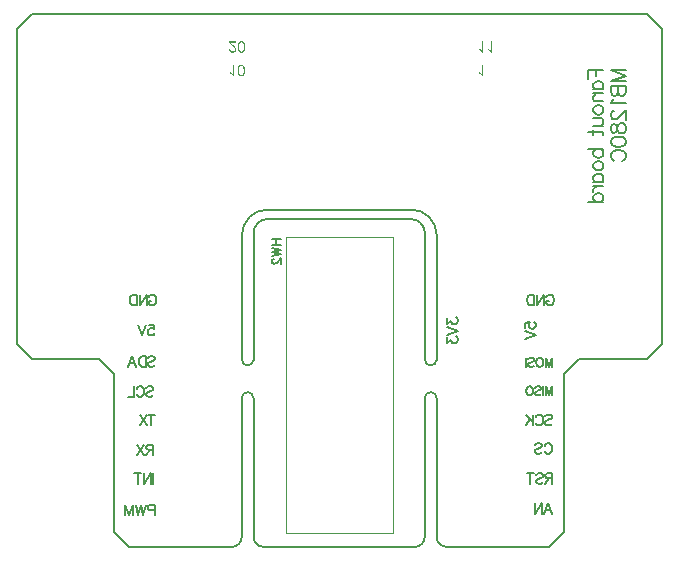
<source format=gbo>
G04 Layer_Color=32896*
%FSLAX43Y43*%
%MOMM*%
G71*
G01*
G75*
%ADD19C,0.127*%
%ADD31C,0.120*%
%ADD49C,0.152*%
G36*
X39470Y-3252D02*
X39393D01*
X39379Y-3228D01*
X39363Y-3205D01*
X39346Y-3183D01*
X39328Y-3162D01*
X39312Y-3146D01*
X39299Y-3133D01*
X39290Y-3124D01*
X39289Y-3123D01*
X39287Y-3121D01*
X39259Y-3098D01*
X39230Y-3076D01*
X39201Y-3057D01*
X39175Y-3041D01*
X39151Y-3028D01*
X39141Y-3023D01*
X39132Y-3019D01*
X39126Y-3015D01*
X39120Y-3012D01*
X39117Y-3010D01*
X39116D01*
Y-2895D01*
X39136Y-2903D01*
X39158Y-2914D01*
X39179Y-2922D01*
X39198Y-2933D01*
X39214Y-2941D01*
X39227Y-2949D01*
X39236Y-2955D01*
X39237Y-2956D01*
X39239D01*
X39264Y-2971D01*
X39286Y-2987D01*
X39305Y-3000D01*
X39321Y-3013D01*
X39334Y-3023D01*
X39344Y-3031D01*
X39350Y-3037D01*
X39352Y-3038D01*
Y-2286D01*
X39470D01*
Y-3252D01*
D02*
G37*
G36*
X40216D02*
X40139D01*
X40125Y-3228D01*
X40109Y-3205D01*
X40092Y-3183D01*
X40074Y-3162D01*
X40058Y-3146D01*
X40045Y-3133D01*
X40036Y-3124D01*
X40035Y-3123D01*
X40033Y-3121D01*
X40006Y-3098D01*
X39976Y-3076D01*
X39947Y-3057D01*
X39921Y-3041D01*
X39897Y-3028D01*
X39887Y-3023D01*
X39878Y-3019D01*
X39872Y-3015D01*
X39867Y-3012D01*
X39864Y-3010D01*
X39862D01*
Y-2895D01*
X39883Y-2903D01*
X39905Y-2914D01*
X39925Y-2922D01*
X39944Y-2933D01*
X39960Y-2941D01*
X39973Y-2949D01*
X39982Y-2955D01*
X39984Y-2956D01*
X39985D01*
X40010Y-2971D01*
X40032Y-2987D01*
X40051Y-3000D01*
X40067Y-3013D01*
X40080Y-3023D01*
X40090Y-3031D01*
X40096Y-3037D01*
X40098Y-3038D01*
Y-2286D01*
X40216D01*
Y-3252D01*
D02*
G37*
G36*
X19050Y-2261D02*
X19083Y-2267D01*
X19113Y-2275D01*
X19139Y-2286D01*
X19158Y-2296D01*
X19174Y-2305D01*
X19179Y-2309D01*
X19183Y-2311D01*
X19184Y-2313D01*
X19186D01*
X19211Y-2337D01*
X19231Y-2363D01*
X19249Y-2390D01*
X19263Y-2416D01*
X19275Y-2439D01*
X19280Y-2448D01*
X19284Y-2457D01*
X19287Y-2464D01*
X19288Y-2470D01*
X19290Y-2473D01*
Y-2474D01*
X19296Y-2495D01*
X19301Y-2515D01*
X19310Y-2561D01*
X19316Y-2606D01*
X19320Y-2650D01*
X19322Y-2670D01*
X19323Y-2690D01*
Y-2706D01*
X19325Y-2720D01*
Y-2732D01*
Y-2741D01*
Y-2747D01*
Y-2748D01*
X19323Y-2799D01*
Y-2821D01*
X19322Y-2843D01*
X19320Y-2864D01*
X19318Y-2883D01*
X19316Y-2899D01*
X19315Y-2915D01*
X19312Y-2928D01*
X19310Y-2941D01*
X19309Y-2951D01*
X19306Y-2959D01*
X19304Y-2966D01*
Y-2970D01*
X19303Y-2973D01*
Y-2975D01*
X19294Y-3006D01*
X19284Y-3033D01*
X19274Y-3058D01*
X19265Y-3079D01*
X19256Y-3095D01*
X19249Y-3108D01*
X19244Y-3115D01*
X19243Y-3118D01*
X19228Y-3139D01*
X19212Y-3156D01*
X19196Y-3172D01*
X19182Y-3185D01*
X19167Y-3194D01*
X19157Y-3202D01*
X19149Y-3206D01*
X19146Y-3207D01*
X19124Y-3218D01*
X19101Y-3226D01*
X19078Y-3232D01*
X19057Y-3235D01*
X19040Y-3238D01*
X19025Y-3240D01*
X19012D01*
X18974Y-3237D01*
X18940Y-3231D01*
X18909Y-3222D01*
X18885Y-3212D01*
X18864Y-3200D01*
X18849Y-3191D01*
X18844Y-3188D01*
X18839Y-3185D01*
X18838Y-3183D01*
X18836D01*
X18811Y-3159D01*
X18791Y-3134D01*
X18773Y-3108D01*
X18759Y-3082D01*
X18747Y-3058D01*
X18743Y-3048D01*
X18740Y-3039D01*
X18737Y-3032D01*
X18734Y-3026D01*
X18732Y-3023D01*
Y-3022D01*
X18727Y-3001D01*
X18721Y-2981D01*
X18713Y-2935D01*
X18707Y-2890D01*
X18703Y-2846D01*
X18702Y-2826D01*
X18700Y-2807D01*
Y-2790D01*
X18699Y-2776D01*
Y-2764D01*
Y-2755D01*
Y-2749D01*
Y-2748D01*
X18700Y-2700D01*
X18703Y-2653D01*
X18707Y-2612D01*
X18713Y-2572D01*
X18721Y-2537D01*
X18728Y-2505D01*
X18737Y-2476D01*
X18746Y-2451D01*
X18754Y-2428D01*
X18763Y-2409D01*
X18770Y-2393D01*
X18778Y-2379D01*
X18784Y-2369D01*
X18788Y-2362D01*
X18791Y-2357D01*
X18792Y-2356D01*
X18808Y-2338D01*
X18825Y-2324D01*
X18842Y-2311D01*
X18861Y-2299D01*
X18879Y-2290D01*
X18898Y-2281D01*
X18933Y-2270D01*
X18949Y-2267D01*
X18964Y-2264D01*
X18977Y-2261D01*
X18988Y-2259D01*
X18999Y-2258D01*
X19012D01*
X19050Y-2261D01*
D02*
G37*
G36*
X18573Y-2387D02*
X18100D01*
X18116Y-2410D01*
X18133Y-2429D01*
X18140Y-2438D01*
X18146Y-2444D01*
X18149Y-2448D01*
X18150Y-2450D01*
X18157Y-2457D01*
X18165Y-2464D01*
X18184Y-2482D01*
X18207Y-2502D01*
X18229Y-2523D01*
X18251Y-2542D01*
X18269Y-2556D01*
X18276Y-2562D01*
X18282Y-2567D01*
X18285Y-2570D01*
X18286Y-2571D01*
X18310Y-2591D01*
X18330Y-2609D01*
X18351Y-2627D01*
X18368Y-2643D01*
X18384Y-2659D01*
X18399Y-2672D01*
X18413Y-2685D01*
X18425Y-2697D01*
X18435Y-2707D01*
X18444Y-2716D01*
X18457Y-2729D01*
X18465Y-2738D01*
X18468Y-2741D01*
X18487Y-2764D01*
X18504Y-2785D01*
X18517Y-2805D01*
X18528Y-2823D01*
X18536Y-2837D01*
X18542Y-2848D01*
X18545Y-2855D01*
X18547Y-2858D01*
X18555Y-2878D01*
X18561Y-2899D01*
X18566Y-2918D01*
X18569Y-2935D01*
X18570Y-2950D01*
X18571Y-2962D01*
Y-2969D01*
Y-2972D01*
X18570Y-2992D01*
X18569Y-3013D01*
X18558Y-3049D01*
X18545Y-3082D01*
X18530Y-3109D01*
X18516Y-3131D01*
X18509Y-3140D01*
X18503Y-3149D01*
X18497Y-3155D01*
X18492Y-3159D01*
X18491Y-3161D01*
X18489Y-3162D01*
X18473Y-3175D01*
X18457Y-3188D01*
X18440Y-3199D01*
X18421Y-3207D01*
X18384Y-3221D01*
X18349Y-3229D01*
X18333Y-3234D01*
X18318Y-3235D01*
X18305Y-3237D01*
X18293Y-3238D01*
X18283Y-3240D01*
X18270D01*
X18245Y-3238D01*
X18222Y-3237D01*
X18178Y-3228D01*
X18159Y-3224D01*
X18140Y-3218D01*
X18124Y-3210D01*
X18109Y-3204D01*
X18096Y-3197D01*
X18084Y-3191D01*
X18074Y-3184D01*
X18065Y-3180D01*
X18059Y-3175D01*
X18055Y-3171D01*
X18052Y-3169D01*
X18051Y-3168D01*
X18036Y-3153D01*
X18024Y-3139D01*
X18002Y-3105D01*
X17986Y-3071D01*
X17975Y-3038D01*
X17966Y-3008D01*
X17964Y-2995D01*
X17961Y-2984D01*
X17960Y-2975D01*
X17958Y-2967D01*
Y-2963D01*
Y-2962D01*
X18080Y-2948D01*
X18083Y-2981D01*
X18089Y-3008D01*
X18096Y-3032D01*
X18106Y-3052D01*
X18115Y-3068D01*
X18124Y-3080D01*
X18130Y-3086D01*
X18131Y-3089D01*
X18152Y-3106D01*
X18173Y-3120D01*
X18197Y-3128D01*
X18219Y-3136D01*
X18238Y-3139D01*
X18252Y-3140D01*
X18258Y-3142D01*
X18267D01*
X18296Y-3140D01*
X18323Y-3134D01*
X18345Y-3127D01*
X18364Y-3118D01*
X18378Y-3108D01*
X18390Y-3101D01*
X18396Y-3095D01*
X18399Y-3093D01*
X18416Y-3074D01*
X18428Y-3054D01*
X18437Y-3035D01*
X18444Y-3016D01*
X18447Y-3000D01*
X18449Y-2987D01*
X18450Y-2978D01*
Y-2976D01*
Y-2975D01*
X18447Y-2950D01*
X18441Y-2924D01*
X18432Y-2900D01*
X18422Y-2878D01*
X18412Y-2859D01*
X18403Y-2845D01*
X18400Y-2839D01*
X18397Y-2834D01*
X18394Y-2833D01*
Y-2831D01*
X18383Y-2817D01*
X18370Y-2801D01*
X18355Y-2785D01*
X18337Y-2769D01*
X18302Y-2735D01*
X18267Y-2701D01*
X18235Y-2673D01*
X18220Y-2660D01*
X18207Y-2650D01*
X18197Y-2640D01*
X18190Y-2634D01*
X18184Y-2630D01*
X18182Y-2628D01*
X18147Y-2597D01*
X18115Y-2570D01*
X18089Y-2545D01*
X18067Y-2524D01*
X18049Y-2507D01*
X18037Y-2493D01*
X18030Y-2485D01*
X18027Y-2483D01*
Y-2482D01*
X18008Y-2458D01*
X17994Y-2436D01*
X17979Y-2414D01*
X17969Y-2395D01*
X17960Y-2378D01*
X17954Y-2366D01*
X17951Y-2357D01*
X17950Y-2356D01*
Y-2354D01*
X17945Y-2340D01*
X17941Y-2325D01*
X17939Y-2312D01*
X17938Y-2300D01*
X17936Y-2290D01*
Y-2281D01*
Y-2275D01*
Y-2274D01*
X18573D01*
Y-2387D01*
D02*
G37*
G36*
X18388Y-5240D02*
X18311D01*
X18297Y-5216D01*
X18281Y-5193D01*
X18264Y-5171D01*
X18246Y-5150D01*
X18230Y-5134D01*
X18217Y-5121D01*
X18208Y-5112D01*
X18207Y-5111D01*
X18205Y-5109D01*
X18177Y-5086D01*
X18148Y-5064D01*
X18119Y-5045D01*
X18093Y-5029D01*
X18069Y-5016D01*
X18059Y-5011D01*
X18050Y-5007D01*
X18044Y-5003D01*
X18038Y-5000D01*
X18035Y-4998D01*
X18034D01*
Y-4883D01*
X18054Y-4891D01*
X18076Y-4902D01*
X18097Y-4910D01*
X18116Y-4921D01*
X18132Y-4929D01*
X18145Y-4937D01*
X18154Y-4943D01*
X18155Y-4944D01*
X18157D01*
X18182Y-4959D01*
X18204Y-4975D01*
X18223Y-4988D01*
X18239Y-5001D01*
X18252Y-5011D01*
X18262Y-5019D01*
X18268Y-5025D01*
X18270Y-5026D01*
Y-4274D01*
X18388D01*
Y-5240D01*
D02*
G37*
G36*
X39470D02*
X39393D01*
X39379Y-5216D01*
X39363Y-5193D01*
X39346Y-5171D01*
X39328Y-5150D01*
X39312Y-5134D01*
X39299Y-5121D01*
X39290Y-5112D01*
X39289Y-5111D01*
X39287Y-5109D01*
X39259Y-5086D01*
X39230Y-5064D01*
X39201Y-5045D01*
X39175Y-5029D01*
X39151Y-5016D01*
X39141Y-5011D01*
X39132Y-5007D01*
X39126Y-5003D01*
X39120Y-5000D01*
X39117Y-4998D01*
X39116D01*
Y-4883D01*
X39136Y-4891D01*
X39158Y-4902D01*
X39179Y-4910D01*
X39198Y-4921D01*
X39214Y-4929D01*
X39227Y-4937D01*
X39236Y-4943D01*
X39237Y-4944D01*
X39239D01*
X39264Y-4959D01*
X39286Y-4975D01*
X39305Y-4988D01*
X39321Y-5001D01*
X39334Y-5011D01*
X39344Y-5019D01*
X39350Y-5025D01*
X39352Y-5026D01*
Y-4274D01*
X39470D01*
Y-5240D01*
D02*
G37*
G36*
X19041Y-4261D02*
X19074Y-4267D01*
X19103Y-4275D01*
X19130Y-4286D01*
X19149Y-4296D01*
X19165Y-4305D01*
X19169Y-4309D01*
X19174Y-4311D01*
X19175Y-4313D01*
X19177D01*
X19202Y-4337D01*
X19222Y-4363D01*
X19240Y-4390D01*
X19254Y-4416D01*
X19266Y-4439D01*
X19270Y-4448D01*
X19275Y-4457D01*
X19278Y-4464D01*
X19279Y-4470D01*
X19281Y-4473D01*
Y-4474D01*
X19286Y-4495D01*
X19292Y-4515D01*
X19301Y-4561D01*
X19307Y-4606D01*
X19311Y-4650D01*
X19313Y-4670D01*
X19314Y-4689D01*
Y-4706D01*
X19316Y-4720D01*
Y-4732D01*
Y-4741D01*
Y-4747D01*
Y-4748D01*
X19314Y-4799D01*
Y-4821D01*
X19313Y-4843D01*
X19311Y-4864D01*
X19308Y-4883D01*
X19307Y-4899D01*
X19305Y-4915D01*
X19302Y-4928D01*
X19301Y-4941D01*
X19300Y-4951D01*
X19297Y-4959D01*
X19295Y-4966D01*
Y-4970D01*
X19294Y-4973D01*
Y-4975D01*
X19285Y-5006D01*
X19275Y-5033D01*
X19264Y-5058D01*
X19256Y-5079D01*
X19247Y-5095D01*
X19240Y-5108D01*
X19235Y-5115D01*
X19234Y-5118D01*
X19219Y-5139D01*
X19203Y-5156D01*
X19187Y-5172D01*
X19172Y-5185D01*
X19158Y-5194D01*
X19147Y-5202D01*
X19140Y-5206D01*
X19137Y-5207D01*
X19115Y-5218D01*
X19092Y-5226D01*
X19068Y-5232D01*
X19048Y-5235D01*
X19030Y-5238D01*
X19016Y-5240D01*
X19003D01*
X18964Y-5237D01*
X18931Y-5231D01*
X18900Y-5222D01*
X18875Y-5212D01*
X18855Y-5200D01*
X18840Y-5191D01*
X18834Y-5188D01*
X18830Y-5185D01*
X18828Y-5183D01*
X18827D01*
X18802Y-5159D01*
X18782Y-5134D01*
X18764Y-5108D01*
X18749Y-5082D01*
X18738Y-5058D01*
X18733Y-5048D01*
X18730Y-5039D01*
X18727Y-5032D01*
X18725Y-5026D01*
X18723Y-5023D01*
Y-5022D01*
X18717Y-5001D01*
X18711Y-4981D01*
X18704Y-4935D01*
X18698Y-4890D01*
X18694Y-4846D01*
X18692Y-4826D01*
X18691Y-4807D01*
Y-4790D01*
X18689Y-4776D01*
Y-4764D01*
Y-4755D01*
Y-4749D01*
Y-4748D01*
X18691Y-4700D01*
X18694Y-4653D01*
X18698Y-4612D01*
X18704Y-4572D01*
X18711Y-4537D01*
X18719Y-4505D01*
X18727Y-4476D01*
X18736Y-4451D01*
X18745Y-4428D01*
X18754Y-4409D01*
X18761Y-4393D01*
X18768Y-4379D01*
X18774Y-4369D01*
X18779Y-4362D01*
X18782Y-4357D01*
X18783Y-4356D01*
X18799Y-4338D01*
X18815Y-4324D01*
X18833Y-4311D01*
X18852Y-4299D01*
X18869Y-4290D01*
X18888Y-4281D01*
X18924Y-4270D01*
X18940Y-4267D01*
X18954Y-4264D01*
X18967Y-4261D01*
X18979Y-4259D01*
X18989Y-4258D01*
X19003D01*
X19041Y-4261D01*
D02*
G37*
%LPC*%
G36*
X19019Y-2354D02*
X19012D01*
X18997Y-2356D01*
X18983Y-2357D01*
X18956Y-2366D01*
X18933Y-2379D01*
X18912Y-2394D01*
X18896Y-2407D01*
X18885Y-2420D01*
X18877Y-2429D01*
X18874Y-2431D01*
Y-2432D01*
X18865Y-2448D01*
X18857Y-2469D01*
X18849Y-2491D01*
X18844Y-2514D01*
X18833Y-2567D01*
X18827Y-2619D01*
X18825Y-2644D01*
X18823Y-2669D01*
X18822Y-2691D01*
Y-2710D01*
X18820Y-2726D01*
Y-2738D01*
Y-2745D01*
Y-2748D01*
Y-2790D01*
X18823Y-2830D01*
X18826Y-2865D01*
X18829Y-2897D01*
X18835Y-2928D01*
X18839Y-2954D01*
X18845Y-2978D01*
X18851Y-2998D01*
X18855Y-3016D01*
X18861Y-3032D01*
X18867Y-3044D01*
X18871Y-3054D01*
X18874Y-3061D01*
X18877Y-3067D01*
X18880Y-3070D01*
Y-3071D01*
X18889Y-3083D01*
X18899Y-3095D01*
X18921Y-3112D01*
X18943Y-3124D01*
X18964Y-3133D01*
X18983Y-3139D01*
X18997Y-3140D01*
X19003Y-3142D01*
X19010D01*
X19025Y-3140D01*
X19040Y-3139D01*
X19066Y-3130D01*
X19089Y-3117D01*
X19110Y-3102D01*
X19126Y-3087D01*
X19138Y-3074D01*
X19145Y-3066D01*
X19148Y-3064D01*
Y-3063D01*
X19158Y-3046D01*
X19167Y-3027D01*
X19174Y-3006D01*
X19180Y-2981D01*
X19190Y-2929D01*
X19196Y-2877D01*
X19199Y-2850D01*
X19201Y-2827D01*
X19202Y-2805D01*
Y-2786D01*
X19203Y-2770D01*
Y-2758D01*
Y-2751D01*
Y-2748D01*
Y-2706D01*
X19201Y-2666D01*
X19199Y-2631D01*
X19195Y-2599D01*
X19190Y-2570D01*
X19186Y-2543D01*
X19182Y-2521D01*
X19176Y-2501D01*
X19170Y-2485D01*
X19165Y-2470D01*
X19161Y-2457D01*
X19157Y-2448D01*
X19154Y-2441D01*
X19151Y-2436D01*
X19148Y-2433D01*
Y-2432D01*
X19138Y-2419D01*
X19126Y-2407D01*
X19114Y-2395D01*
X19103Y-2387D01*
X19081Y-2373D01*
X19059Y-2365D01*
X19040Y-2359D01*
X19025Y-2356D01*
X19019Y-2354D01*
D02*
G37*
G36*
X19010Y-4354D02*
X19003D01*
X18988Y-4356D01*
X18973Y-4357D01*
X18947Y-4366D01*
X18924Y-4379D01*
X18903Y-4394D01*
X18887Y-4407D01*
X18875Y-4420D01*
X18868Y-4429D01*
X18865Y-4431D01*
Y-4432D01*
X18856Y-4448D01*
X18847Y-4469D01*
X18840Y-4491D01*
X18834Y-4514D01*
X18824Y-4567D01*
X18818Y-4619D01*
X18815Y-4644D01*
X18814Y-4669D01*
X18812Y-4691D01*
Y-4710D01*
X18811Y-4726D01*
Y-4738D01*
Y-4745D01*
Y-4748D01*
Y-4790D01*
X18814Y-4830D01*
X18817Y-4865D01*
X18820Y-4897D01*
X18826Y-4928D01*
X18830Y-4954D01*
X18836Y-4978D01*
X18842Y-4998D01*
X18846Y-5016D01*
X18852Y-5032D01*
X18858Y-5044D01*
X18862Y-5054D01*
X18865Y-5061D01*
X18868Y-5067D01*
X18871Y-5070D01*
Y-5071D01*
X18880Y-5083D01*
X18890Y-5095D01*
X18912Y-5112D01*
X18934Y-5124D01*
X18954Y-5133D01*
X18973Y-5139D01*
X18988Y-5140D01*
X18994Y-5142D01*
X19001D01*
X19016Y-5140D01*
X19030Y-5139D01*
X19057Y-5130D01*
X19080Y-5117D01*
X19101Y-5102D01*
X19117Y-5087D01*
X19128Y-5074D01*
X19136Y-5065D01*
X19139Y-5064D01*
Y-5063D01*
X19149Y-5046D01*
X19158Y-5027D01*
X19165Y-5006D01*
X19171Y-4981D01*
X19181Y-4929D01*
X19187Y-4877D01*
X19190Y-4850D01*
X19191Y-4827D01*
X19193Y-4805D01*
Y-4786D01*
X19194Y-4770D01*
Y-4758D01*
Y-4751D01*
Y-4748D01*
Y-4706D01*
X19191Y-4666D01*
X19190Y-4631D01*
X19185Y-4599D01*
X19181Y-4570D01*
X19177Y-4543D01*
X19172Y-4521D01*
X19166Y-4501D01*
X19161Y-4485D01*
X19156Y-4470D01*
X19152Y-4457D01*
X19147Y-4448D01*
X19144Y-4441D01*
X19142Y-4436D01*
X19139Y-4433D01*
Y-4432D01*
X19128Y-4419D01*
X19117Y-4407D01*
X19105Y-4395D01*
X19093Y-4387D01*
X19071Y-4373D01*
X19049Y-4365D01*
X19030Y-4359D01*
X19016Y-4356D01*
X19010Y-4354D01*
D02*
G37*
%LPD*%
D19*
X21590Y-19050D02*
X22352D01*
X21590Y-19558D02*
X22352D01*
X21953Y-19050D02*
Y-19558D01*
X21590Y-19768D02*
X22352Y-19950D01*
X21590Y-20131D02*
X22352Y-19950D01*
X21590Y-20131D02*
X22352Y-20312D01*
X21590Y-20494D02*
X22352Y-20312D01*
X21772Y-20683D02*
X21735D01*
X21663Y-20719D01*
X21626Y-20755D01*
X21590Y-20828D01*
Y-20973D01*
X21626Y-21045D01*
X21663Y-21082D01*
X21735Y-21118D01*
X21808D01*
X21880Y-21082D01*
X21989Y-21009D01*
X22352Y-20646D01*
Y-21154D01*
X11684Y-41995D02*
X11303D01*
X11176Y-41952D01*
X11134Y-41910D01*
X11091Y-41825D01*
Y-41698D01*
X11134Y-41614D01*
X11176Y-41572D01*
X11303Y-41529D01*
X11684D01*
Y-42418D01*
X10893Y-41529D02*
X10681Y-42418D01*
X10469Y-41529D02*
X10681Y-42418D01*
X10469Y-41529D02*
X10258Y-42418D01*
X10046Y-41529D02*
X10258Y-42418D01*
X9868Y-41529D02*
Y-42418D01*
Y-41529D02*
X9530Y-42418D01*
X9191Y-41529D02*
X9530Y-42418D01*
X9191Y-41529D02*
Y-42418D01*
X11557Y-38862D02*
Y-39751D01*
X11371Y-38862D02*
Y-39751D01*
Y-38862D02*
X10778Y-39751D01*
Y-38862D02*
Y-39751D01*
X10236Y-38862D02*
Y-39751D01*
X10533Y-38862D02*
X9940D01*
X11557Y-36449D02*
Y-37338D01*
Y-36449D02*
X11176D01*
X11049Y-36492D01*
X11007Y-36534D01*
X10964Y-36618D01*
Y-36703D01*
X11007Y-36788D01*
X11049Y-36830D01*
X11176Y-36872D01*
X11557D01*
X11261D02*
X10964Y-37338D01*
X10766Y-36449D02*
X10173Y-37338D01*
Y-36449D02*
X10766Y-37338D01*
X11388Y-33909D02*
Y-34798D01*
X11684Y-33909D02*
X11091D01*
X10986D02*
X10393Y-34798D01*
Y-33909D02*
X10986Y-34798D01*
X10964Y-31623D02*
X11049Y-31539D01*
X11176Y-31496D01*
X11345D01*
X11472Y-31539D01*
X11557Y-31623D01*
Y-31708D01*
X11515Y-31792D01*
X11472Y-31835D01*
X11388Y-31877D01*
X11134Y-31962D01*
X11049Y-32004D01*
X11007Y-32046D01*
X10964Y-32131D01*
Y-32258D01*
X11049Y-32343D01*
X11176Y-32385D01*
X11345D01*
X11472Y-32343D01*
X11557Y-32258D01*
X10131Y-31708D02*
X10173Y-31623D01*
X10258Y-31539D01*
X10342Y-31496D01*
X10512D01*
X10596Y-31539D01*
X10681Y-31623D01*
X10723Y-31708D01*
X10766Y-31835D01*
Y-32046D01*
X10723Y-32173D01*
X10681Y-32258D01*
X10596Y-32343D01*
X10512Y-32385D01*
X10342D01*
X10258Y-32343D01*
X10173Y-32258D01*
X10131Y-32173D01*
X9881Y-31496D02*
Y-32385D01*
X9373D01*
X11091Y-29083D02*
X11176Y-28999D01*
X11303Y-28956D01*
X11472D01*
X11599Y-28999D01*
X11684Y-29083D01*
Y-29168D01*
X11642Y-29252D01*
X11599Y-29295D01*
X11515Y-29337D01*
X11261Y-29422D01*
X11176Y-29464D01*
X11134Y-29506D01*
X11091Y-29591D01*
Y-29718D01*
X11176Y-29803D01*
X11303Y-29845D01*
X11472D01*
X11599Y-29803D01*
X11684Y-29718D01*
X10893Y-28956D02*
Y-29845D01*
Y-28956D02*
X10596D01*
X10469Y-28999D01*
X10385Y-29083D01*
X10342Y-29168D01*
X10300Y-29295D01*
Y-29506D01*
X10342Y-29633D01*
X10385Y-29718D01*
X10469Y-29803D01*
X10596Y-29845D01*
X10893D01*
X9424D02*
X9762Y-28956D01*
X10101Y-29845D01*
X9974Y-29549D02*
X9551D01*
X11176Y-26289D02*
X11599D01*
X11642Y-26670D01*
X11599Y-26628D01*
X11472Y-26585D01*
X11345D01*
X11218Y-26628D01*
X11134Y-26712D01*
X11091Y-26839D01*
Y-26924D01*
X11134Y-27051D01*
X11218Y-27136D01*
X11345Y-27178D01*
X11472D01*
X11599Y-27136D01*
X11642Y-27093D01*
X11684Y-27009D01*
X10893Y-26289D02*
X10554Y-27178D01*
X10215Y-26289D02*
X10554Y-27178D01*
X11176Y-23961D02*
X11218Y-23876D01*
X11303Y-23792D01*
X11388Y-23749D01*
X11557D01*
X11642Y-23792D01*
X11726Y-23876D01*
X11769Y-23961D01*
X11811Y-24088D01*
Y-24299D01*
X11769Y-24426D01*
X11726Y-24511D01*
X11642Y-24596D01*
X11557Y-24638D01*
X11388D01*
X11303Y-24596D01*
X11218Y-24511D01*
X11176Y-24426D01*
Y-24299D01*
X11388D02*
X11176D01*
X10973Y-23749D02*
Y-24638D01*
Y-23749D02*
X10380Y-24638D01*
Y-23749D02*
Y-24638D01*
X10135Y-23749D02*
Y-24638D01*
Y-23749D02*
X9839D01*
X9712Y-23792D01*
X9627Y-23876D01*
X9585Y-23961D01*
X9542Y-24088D01*
Y-24299D01*
X9585Y-24426D01*
X9627Y-24511D01*
X9712Y-24596D01*
X9839Y-24638D01*
X10135D01*
X44831Y-23961D02*
X44873Y-23876D01*
X44958Y-23792D01*
X45043Y-23749D01*
X45212D01*
X45297Y-23792D01*
X45381Y-23876D01*
X45424Y-23961D01*
X45466Y-24088D01*
Y-24299D01*
X45424Y-24426D01*
X45381Y-24511D01*
X45297Y-24596D01*
X45212Y-24638D01*
X45043D01*
X44958Y-24596D01*
X44873Y-24511D01*
X44831Y-24426D01*
Y-24299D01*
X45043D02*
X44831D01*
X44628Y-23749D02*
Y-24638D01*
Y-23749D02*
X44035Y-24638D01*
Y-23749D02*
Y-24638D01*
X43790Y-23749D02*
Y-24638D01*
Y-23749D02*
X43494D01*
X43367Y-23792D01*
X43282Y-23876D01*
X43240Y-23961D01*
X43197Y-24088D01*
Y-24299D01*
X43240Y-24426D01*
X43282Y-24511D01*
X43367Y-24596D01*
X43494Y-24638D01*
X43790D01*
X36449Y-25739D02*
Y-26204D01*
X36788Y-25950D01*
Y-26077D01*
X36830Y-26162D01*
X36872Y-26204D01*
X36999Y-26247D01*
X37084D01*
X37211Y-26204D01*
X37296Y-26120D01*
X37338Y-25993D01*
Y-25866D01*
X37296Y-25739D01*
X37253Y-25696D01*
X37169Y-25654D01*
X36449Y-26445D02*
X37338Y-26784D01*
X36449Y-27123D02*
X37338Y-26784D01*
X36449Y-27322D02*
Y-27787D01*
X36788Y-27533D01*
Y-27660D01*
X36830Y-27745D01*
X36872Y-27787D01*
X36999Y-27829D01*
X37084D01*
X37211Y-27787D01*
X37296Y-27702D01*
X37338Y-27576D01*
Y-27449D01*
X37296Y-27322D01*
X37253Y-27279D01*
X37169Y-27237D01*
X45339Y-29083D02*
Y-29845D01*
Y-29083D02*
X45049Y-29845D01*
X44759Y-29083D02*
X45049Y-29845D01*
X44759Y-29083D02*
Y-29845D01*
X44323Y-29083D02*
X44396Y-29119D01*
X44468Y-29192D01*
X44505Y-29265D01*
X44541Y-29373D01*
Y-29555D01*
X44505Y-29664D01*
X44468Y-29736D01*
X44396Y-29809D01*
X44323Y-29845D01*
X44178D01*
X44106Y-29809D01*
X44033Y-29736D01*
X43997Y-29664D01*
X43960Y-29555D01*
Y-29373D01*
X43997Y-29265D01*
X44033Y-29192D01*
X44106Y-29119D01*
X44178Y-29083D01*
X44323D01*
X43275Y-29192D02*
X43347Y-29119D01*
X43456Y-29083D01*
X43601D01*
X43710Y-29119D01*
X43783Y-29192D01*
Y-29265D01*
X43746Y-29337D01*
X43710Y-29373D01*
X43638Y-29410D01*
X43420Y-29482D01*
X43347Y-29518D01*
X43311Y-29555D01*
X43275Y-29627D01*
Y-29736D01*
X43347Y-29809D01*
X43456Y-29845D01*
X43601D01*
X43710Y-29809D01*
X43783Y-29736D01*
X43104Y-29083D02*
Y-29845D01*
X45339Y-31496D02*
Y-32258D01*
Y-31496D02*
X45049Y-32258D01*
X44759Y-31496D02*
X45049Y-32258D01*
X44759Y-31496D02*
Y-32258D01*
X44541Y-31496D02*
Y-32258D01*
X43873Y-31605D02*
X43946Y-31532D01*
X44055Y-31496D01*
X44200D01*
X44309Y-31532D01*
X44381Y-31605D01*
Y-31678D01*
X44345Y-31750D01*
X44309Y-31786D01*
X44236Y-31823D01*
X44018Y-31895D01*
X43946Y-31931D01*
X43910Y-31968D01*
X43873Y-32040D01*
Y-32149D01*
X43946Y-32222D01*
X44055Y-32258D01*
X44200D01*
X44309Y-32222D01*
X44381Y-32149D01*
X43485Y-31496D02*
X43558Y-31532D01*
X43630Y-31605D01*
X43667Y-31678D01*
X43703Y-31786D01*
Y-31968D01*
X43667Y-32077D01*
X43630Y-32149D01*
X43558Y-32222D01*
X43485Y-32258D01*
X43340D01*
X43268Y-32222D01*
X43195Y-32149D01*
X43159Y-32077D01*
X43122Y-31968D01*
Y-31786D01*
X43159Y-31678D01*
X43195Y-31605D01*
X43268Y-31532D01*
X43340Y-31496D01*
X43485D01*
X44746Y-34036D02*
X44831Y-33952D01*
X44958Y-33909D01*
X45127D01*
X45254Y-33952D01*
X45339Y-34036D01*
Y-34121D01*
X45297Y-34205D01*
X45254Y-34248D01*
X45170Y-34290D01*
X44916Y-34375D01*
X44831Y-34417D01*
X44789Y-34459D01*
X44746Y-34544D01*
Y-34671D01*
X44831Y-34756D01*
X44958Y-34798D01*
X45127D01*
X45254Y-34756D01*
X45339Y-34671D01*
X43913Y-34121D02*
X43955Y-34036D01*
X44040Y-33952D01*
X44124Y-33909D01*
X44294D01*
X44378Y-33952D01*
X44463Y-34036D01*
X44505Y-34121D01*
X44548Y-34248D01*
Y-34459D01*
X44505Y-34586D01*
X44463Y-34671D01*
X44378Y-34756D01*
X44294Y-34798D01*
X44124D01*
X44040Y-34756D01*
X43955Y-34671D01*
X43913Y-34586D01*
X43663Y-33909D02*
Y-34798D01*
X43070Y-33909D02*
X43663Y-34502D01*
X43451Y-34290D02*
X43070Y-34798D01*
X44704Y-36534D02*
X44746Y-36449D01*
X44831Y-36365D01*
X44916Y-36322D01*
X45085D01*
X45170Y-36365D01*
X45254Y-36449D01*
X45297Y-36534D01*
X45339Y-36661D01*
Y-36872D01*
X45297Y-36999D01*
X45254Y-37084D01*
X45170Y-37169D01*
X45085Y-37211D01*
X44916D01*
X44831Y-37169D01*
X44746Y-37084D01*
X44704Y-36999D01*
X43862Y-36449D02*
X43947Y-36365D01*
X44074Y-36322D01*
X44243D01*
X44370Y-36365D01*
X44454Y-36449D01*
Y-36534D01*
X44412Y-36618D01*
X44370Y-36661D01*
X44285Y-36703D01*
X44031Y-36788D01*
X43947Y-36830D01*
X43904Y-36872D01*
X43862Y-36957D01*
Y-37084D01*
X43947Y-37169D01*
X44074Y-37211D01*
X44243D01*
X44370Y-37169D01*
X44454Y-37084D01*
X45339Y-38862D02*
Y-39751D01*
Y-38862D02*
X44958D01*
X44831Y-38905D01*
X44789Y-38947D01*
X44746Y-39031D01*
Y-39116D01*
X44789Y-39201D01*
X44831Y-39243D01*
X44958Y-39285D01*
X45339D01*
X45043D02*
X44746Y-39751D01*
X43955Y-38989D02*
X44040Y-38905D01*
X44167Y-38862D01*
X44336D01*
X44463Y-38905D01*
X44548Y-38989D01*
Y-39074D01*
X44505Y-39158D01*
X44463Y-39201D01*
X44378Y-39243D01*
X44124Y-39328D01*
X44040Y-39370D01*
X43997Y-39412D01*
X43955Y-39497D01*
Y-39624D01*
X44040Y-39709D01*
X44167Y-39751D01*
X44336D01*
X44463Y-39709D01*
X44548Y-39624D01*
X43460Y-38862D02*
Y-39751D01*
X43756Y-38862D02*
X43164D01*
X44662Y-42291D02*
X45000Y-41402D01*
X45339Y-42291D01*
X45212Y-41995D02*
X44789D01*
X44454Y-41402D02*
Y-42291D01*
Y-41402D02*
X43862Y-42291D01*
Y-41402D02*
Y-42291D01*
X43053Y-26543D02*
Y-26120D01*
X43434Y-26077D01*
X43392Y-26120D01*
X43349Y-26247D01*
Y-26374D01*
X43392Y-26501D01*
X43476Y-26585D01*
X43603Y-26628D01*
X43688D01*
X43815Y-26585D01*
X43900Y-26501D01*
X43942Y-26374D01*
Y-26247D01*
X43900Y-26120D01*
X43857Y-26077D01*
X43773Y-26035D01*
X43053Y-26826D02*
X43942Y-27165D01*
X43053Y-27504D02*
X43942Y-27165D01*
X33689Y-45085D02*
G03*
X34535Y-44239I0J846D01*
G01*
X20035D02*
G03*
X20881Y-45085I846J0D01*
G01*
X20035Y-32485D02*
G03*
X19035Y-32485I-500J0D01*
G01*
X18189Y-45085D02*
G03*
X19035Y-44239I-0J846D01*
G01*
X35535Y-32485D02*
G03*
X34535Y-32485I-500J0D01*
G01*
Y-29220D02*
G03*
X35535Y-29220I500J0D01*
G01*
Y-18669D02*
G03*
X33386Y-16520I-2149J0D01*
G01*
X34535Y-18510D02*
G03*
X33345Y-17320I-1190J0D01*
G01*
X21225D02*
G03*
X20035Y-18510I0J-1190D01*
G01*
X21229Y-16520D02*
G03*
X19035Y-18714I0J-2194D01*
G01*
Y-29220D02*
G03*
X20035Y-29220I500J0D01*
G01*
X35535Y-44239D02*
G03*
X36381Y-45085I846J0D01*
G01*
X54610Y-27940D02*
Y-1270D01*
X53340Y0D02*
X54610Y-1270D01*
X1270Y0D02*
X53340D01*
X46355Y-43815D02*
Y-30480D01*
X36381Y-45085D02*
X45085D01*
X46355Y-43815D01*
X8255D02*
Y-30480D01*
Y-43815D02*
X9525Y-45085D01*
X18189D01*
X0Y-27940D02*
Y-1270D01*
X1270Y0D01*
X20881Y-45085D02*
X33689D01*
X20035Y-44239D02*
Y-32520D01*
X19035Y-44239D02*
X19035Y-32520D01*
X35535D02*
X35535Y-44239D01*
X34535Y-44239D02*
Y-32520D01*
X46355Y-30480D02*
X47625Y-29210D01*
X53340D02*
X54610Y-27940D01*
X47625Y-29210D02*
X53340D01*
X0Y-27940D02*
X1270Y-29210D01*
X6985D01*
X8255Y-30480D01*
X35535Y-29220D02*
Y-18669D01*
X34535Y-29220D02*
Y-18510D01*
X21229Y-16520D02*
X33386D01*
X21225Y-17320D02*
X33345D01*
X20035Y-29220D02*
Y-18510D01*
X19035Y-29220D02*
Y-18714D01*
D31*
X22805Y-43869D02*
Y-18869D01*
X31805D01*
Y-43869D02*
Y-18869D01*
X22805Y-43869D02*
X31805D01*
D49*
X50292Y-4699D02*
X51562D01*
X50292D02*
X51562Y-5183D01*
X50292Y-5666D02*
X51562Y-5183D01*
X50292Y-5666D02*
X51562D01*
X50292Y-6029D02*
X51562D01*
X50292D02*
Y-6573D01*
X50353Y-6755D01*
X50413Y-6815D01*
X50534Y-6876D01*
X50655D01*
X50776Y-6815D01*
X50836Y-6755D01*
X50897Y-6573D01*
Y-6029D02*
Y-6573D01*
X50957Y-6755D01*
X51018Y-6815D01*
X51139Y-6876D01*
X51320D01*
X51441Y-6815D01*
X51502Y-6755D01*
X51562Y-6573D01*
Y-6029D01*
X50534Y-7160D02*
X50474Y-7281D01*
X50292Y-7462D01*
X51562D01*
X50595Y-8151D02*
X50534D01*
X50413Y-8212D01*
X50353Y-8272D01*
X50292Y-8393D01*
Y-8635D01*
X50353Y-8756D01*
X50413Y-8817D01*
X50534Y-8877D01*
X50655D01*
X50776Y-8817D01*
X50957Y-8696D01*
X51562Y-8091D01*
Y-8937D01*
X50292Y-9524D02*
X50353Y-9343D01*
X50474Y-9282D01*
X50595D01*
X50716Y-9343D01*
X50776Y-9464D01*
X50836Y-9705D01*
X50897Y-9887D01*
X51018Y-10008D01*
X51139Y-10068D01*
X51320D01*
X51441Y-10008D01*
X51502Y-9947D01*
X51562Y-9766D01*
Y-9524D01*
X51502Y-9343D01*
X51441Y-9282D01*
X51320Y-9222D01*
X51139D01*
X51018Y-9282D01*
X50897Y-9403D01*
X50836Y-9584D01*
X50776Y-9826D01*
X50716Y-9947D01*
X50595Y-10008D01*
X50474D01*
X50353Y-9947D01*
X50292Y-9766D01*
Y-9524D01*
Y-10715D02*
X50353Y-10534D01*
X50534Y-10413D01*
X50836Y-10352D01*
X51018D01*
X51320Y-10413D01*
X51502Y-10534D01*
X51562Y-10715D01*
Y-10836D01*
X51502Y-11017D01*
X51320Y-11138D01*
X51018Y-11199D01*
X50836D01*
X50534Y-11138D01*
X50353Y-11017D01*
X50292Y-10836D01*
Y-10715D01*
X50595Y-12390D02*
X50474Y-12329D01*
X50353Y-12209D01*
X50292Y-12088D01*
Y-11846D01*
X50353Y-11725D01*
X50474Y-11604D01*
X50595Y-11543D01*
X50776Y-11483D01*
X51078D01*
X51260Y-11543D01*
X51381Y-11604D01*
X51502Y-11725D01*
X51562Y-11846D01*
Y-12088D01*
X51502Y-12209D01*
X51381Y-12329D01*
X51260Y-12390D01*
X48387Y-4699D02*
X49657D01*
X48387D02*
Y-5485D01*
X48992Y-4699D02*
Y-5183D01*
X48811Y-6356D02*
X49657D01*
X48992D02*
X48871Y-6235D01*
X48811Y-6114D01*
Y-5932D01*
X48871Y-5812D01*
X48992Y-5691D01*
X49173Y-5630D01*
X49294D01*
X49476Y-5691D01*
X49597Y-5812D01*
X49657Y-5932D01*
Y-6114D01*
X49597Y-6235D01*
X49476Y-6356D01*
X48811Y-6694D02*
X49657D01*
X49052D02*
X48871Y-6876D01*
X48811Y-6997D01*
Y-7178D01*
X48871Y-7299D01*
X49052Y-7359D01*
X49657D01*
X48811Y-7994D02*
X48871Y-7873D01*
X48992Y-7752D01*
X49173Y-7692D01*
X49294D01*
X49476Y-7752D01*
X49597Y-7873D01*
X49657Y-7994D01*
Y-8176D01*
X49597Y-8297D01*
X49476Y-8417D01*
X49294Y-8478D01*
X49173D01*
X48992Y-8417D01*
X48871Y-8297D01*
X48811Y-8176D01*
Y-7994D01*
Y-8756D02*
X49415D01*
X49597Y-8817D01*
X49657Y-8937D01*
Y-9119D01*
X49597Y-9240D01*
X49415Y-9421D01*
X48811D02*
X49657D01*
X48387Y-9935D02*
X49415D01*
X49597Y-9996D01*
X49657Y-10117D01*
Y-10237D01*
X48811Y-9754D02*
Y-10177D01*
X48387Y-11416D02*
X49657D01*
X48992D02*
X48871Y-11537D01*
X48811Y-11658D01*
Y-11840D01*
X48871Y-11961D01*
X48992Y-12082D01*
X49173Y-12142D01*
X49294D01*
X49476Y-12082D01*
X49597Y-11961D01*
X49657Y-11840D01*
Y-11658D01*
X49597Y-11537D01*
X49476Y-11416D01*
X48811Y-12716D02*
X48871Y-12595D01*
X48992Y-12475D01*
X49173Y-12414D01*
X49294D01*
X49476Y-12475D01*
X49597Y-12595D01*
X49657Y-12716D01*
Y-12898D01*
X49597Y-13019D01*
X49476Y-13140D01*
X49294Y-13200D01*
X49173D01*
X48992Y-13140D01*
X48871Y-13019D01*
X48811Y-12898D01*
Y-12716D01*
Y-14204D02*
X49657D01*
X48992D02*
X48871Y-14083D01*
X48811Y-13962D01*
Y-13781D01*
X48871Y-13660D01*
X48992Y-13539D01*
X49173Y-13478D01*
X49294D01*
X49476Y-13539D01*
X49597Y-13660D01*
X49657Y-13781D01*
Y-13962D01*
X49597Y-14083D01*
X49476Y-14204D01*
X48811Y-14542D02*
X49657D01*
X49173D02*
X48992Y-14603D01*
X48871Y-14724D01*
X48811Y-14845D01*
Y-15026D01*
X48387Y-15867D02*
X49657D01*
X48992D02*
X48871Y-15746D01*
X48811Y-15625D01*
Y-15443D01*
X48871Y-15322D01*
X48992Y-15201D01*
X49173Y-15141D01*
X49294D01*
X49476Y-15201D01*
X49597Y-15322D01*
X49657Y-15443D01*
Y-15625D01*
X49597Y-15746D01*
X49476Y-15867D01*
M02*

</source>
